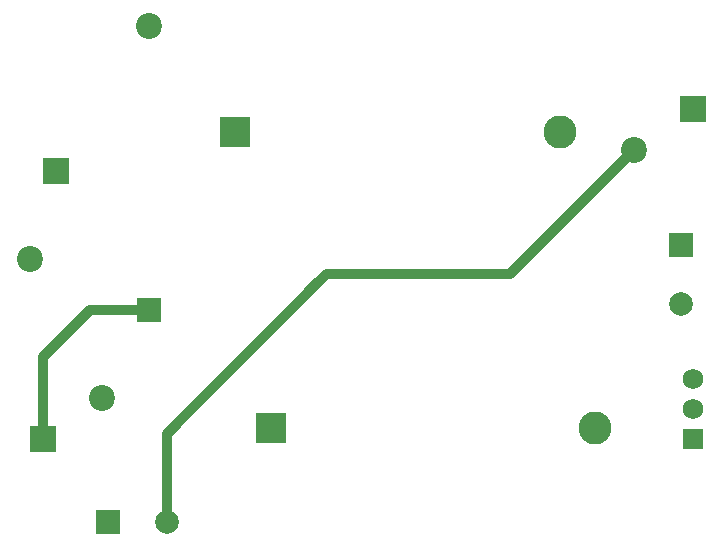
<source format=gtl>
G75*
G70*
%OFA0B0*%
%FSLAX24Y24*%
%IPPOS*%
%LPD*%
%AMOC8*
5,1,8,0,0,1.08239X$1,22.5*
%
%ADD10R,0.0984X0.0984*%
%ADD11C,0.1102*%
%ADD12C,0.0787*%
%ADD13R,0.0787X0.0787*%
%ADD14R,0.0689X0.0689*%
%ADD15C,0.0689*%
%ADD16C,0.0866*%
%ADD17R,0.0866X0.0866*%
%ADD18C,0.0320*%
D10*
X032094Y027272D03*
X030913Y037114D03*
D11*
X041740Y037114D03*
X042921Y027272D03*
D12*
X045776Y031406D03*
X028650Y024122D03*
D13*
X026681Y024122D03*
X028059Y031209D03*
X045776Y033374D03*
D14*
X046169Y026878D03*
D15*
X046169Y027878D03*
X046169Y028878D03*
D16*
X044201Y036524D03*
X028059Y040657D03*
X024083Y032882D03*
X026484Y028256D03*
D17*
X024516Y026878D03*
X024949Y035835D03*
X046169Y037902D03*
D18*
X044201Y036524D02*
X040067Y032390D01*
X033965Y032390D01*
X033689Y032114D01*
X028650Y027075D01*
X028650Y024122D01*
X024516Y026878D02*
X024516Y029634D01*
X026091Y031209D01*
X028059Y031209D01*
M02*

</source>
